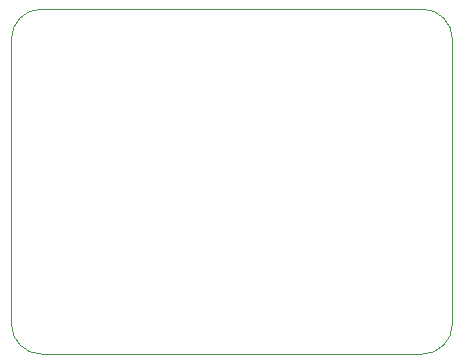
<source format=gbr>
%TF.GenerationSoftware,KiCad,Pcbnew,(5.1.6)-1*%
%TF.CreationDate,2020-05-23T23:32:43+08:00*%
%TF.ProjectId,ePap,65506170-2e6b-4696-9361-645f70636258,rev?*%
%TF.SameCoordinates,Original*%
%TF.FileFunction,Profile,NP*%
%FSLAX46Y46*%
G04 Gerber Fmt 4.6, Leading zero omitted, Abs format (unit mm)*
G04 Created by KiCad (PCBNEW (5.1.6)-1) date 2020-05-23 23:32:43*
%MOMM*%
%LPD*%
G01*
G04 APERTURE LIST*
%TA.AperFunction,Profile*%
%ADD10C,0.050000*%
%TD*%
G04 APERTURE END LIST*
D10*
X137795000Y-109601000D02*
X137795000Y-85471000D01*
X102997000Y-112141000D02*
X135255000Y-112141000D01*
X100457000Y-109601000D02*
X100457000Y-85471000D01*
X102997000Y-82931000D02*
X135255000Y-82931000D01*
X137795000Y-109601000D02*
G75*
G02*
X135255000Y-112141000I-2540000J0D01*
G01*
X135255000Y-82931000D02*
G75*
G02*
X137795000Y-85471000I0J-2540000D01*
G01*
X102997000Y-112141000D02*
G75*
G02*
X100457000Y-109601000I0J2540000D01*
G01*
X100457000Y-85471000D02*
G75*
G02*
X102997000Y-82931000I2540000J0D01*
G01*
M02*

</source>
